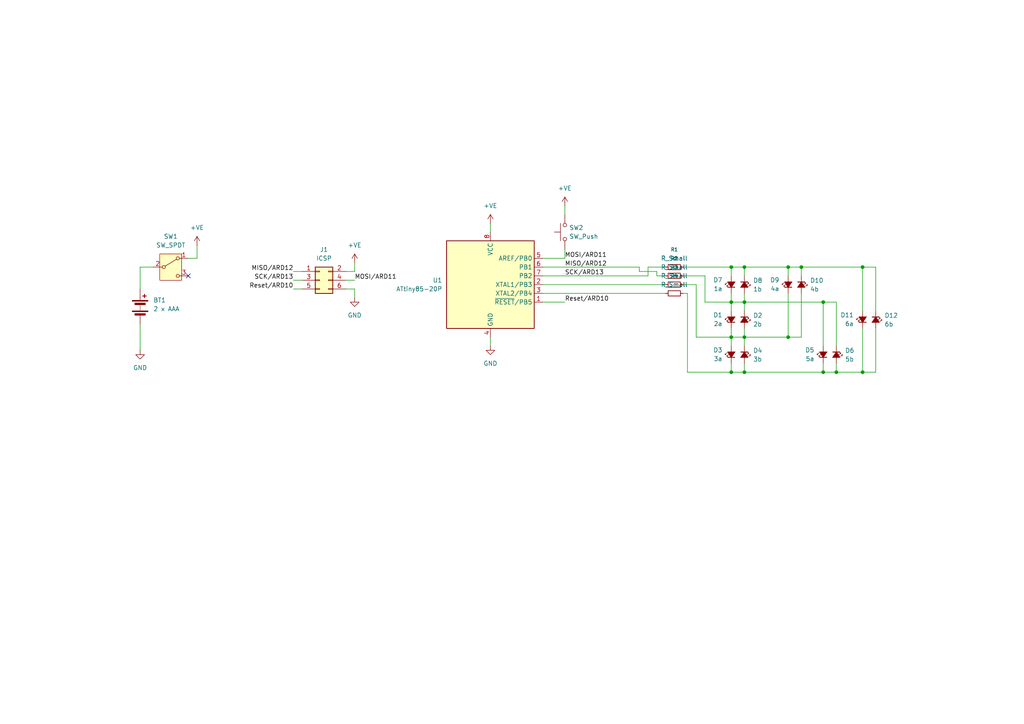
<source format=kicad_sch>
(kicad_sch (version 20250114) (generator "eeschema") (generator_version "9.0")
  (paper "A4")
  (lib_symbols
    (symbol "Connector_Generic:Conn_02x03_Odd_Even" (pin_names (offset 1.016) (hide yes))
      (property "Reference" "J" (at 1.27 5.08 0))
      (property "Value" "Conn_02x03_Odd_Even" (at 1.27 -5.08 0))
      (symbol "Conn_02x03_Odd_Even_1_1"
        (rectangle (start -1.27 3.81) (end 3.81 -3.81) (stroke (width 0.254)) (fill (type background)))
        (rectangle (start -1.27 2.667) (end 0 2.413) (stroke (width 0.1524)))
        (rectangle (start -1.27 0.127) (end 0 -0.127) (stroke (width 0.1524)))
        (rectangle (start -1.27 -2.413) (end 0 -2.667) (stroke (width 0.1524)))
        (rectangle (start 3.81 2.667) (end 2.54 2.413) (stroke (width 0.1524)))
        (rectangle (start 3.81 0.127) (end 2.54 -0.127) (stroke (width 0.1524)))
        (rectangle (start 3.81 -2.413) (end 2.54 -2.667) (stroke (width 0.1524)))
        (pin passive line (at -5.08 2.54 0) (length 3.81) (name "Pin_1") (number "1"))
        (pin passive line (at -5.08 0 0) (length 3.81) (name "Pin_3") (number "3"))
        (pin passive line (at -5.08 -2.54 0) (length 3.81) (name "Pin_5") (number "5"))
        (pin passive line (at 7.62 2.54 180) (length 3.81) (name "Pin_2") (number "2"))
        (pin passive line (at 7.62 0 180) (length 3.81) (name "Pin_4") (number "4"))
        (pin passive line (at 7.62 -2.54 180) (length 3.81) (name "Pin_6") (number "6"))
      )
    )
    (symbol "Device:Battery" (pin_numbers (hide yes)) (pin_names (offset 0) (hide yes))
      (property "Reference" "BT" (at 2.54 2.54 0))
      (property "Value" "Battery" (at 2.54 0 0))
      (symbol "Battery_0_1"
        (rectangle (start -2.286 1.778) (end 2.286 1.524) (fill (type outline)))
        (rectangle (start -2.286 -1.27) (end 2.286 -1.524) (fill (type outline)))
        (rectangle (start -1.524 1.016) (end 1.524 0.508) (fill (type outline)))
        (rectangle (start -1.524 -2.032) (end 1.524 -2.54) (fill (type outline)))
        (polyline (pts (xy 0 1.778) (xy 0 2.54)))
        (polyline (pts (xy 0 0) (xy 0 0.254)))
        (polyline (pts (xy 0 -0.508) (xy 0 -0.254)))
        (polyline (pts (xy 0 -1.016) (xy 0 -0.762)))
        (polyline (pts (xy 0.762 3.048) (xy 1.778 3.048)) (stroke (width 0.254)))
        (polyline (pts (xy 1.27 3.556) (xy 1.27 2.54)) (stroke (width 0.254)))
      )
      (symbol "Battery_1_1"
        (pin passive line (at 0 5.08 270) (length 2.54) (name "+") (number "1"))
        (pin passive line (at 0 -5.08 90) (length 2.54) (name "-") (number "2"))
      )
    )
    (symbol "Device:LED_Small_Filled" (pin_numbers (hide yes)) (pin_names (offset 0.254) (hide yes))
      (property "Reference" "D" (at -1.27 3.175 0))
      (property "Value" "LED_Small_Filled" (at -4.445 -2.54 0))
      (symbol "LED_Small_Filled_0_1"
        (polyline (pts (xy -0.762 -1.016) (xy -0.762 1.016)) (stroke (width 0.254)))
        (polyline (pts (xy 0 0.762) (xy -0.508 1.27) (xy -0.254 1.27) (xy -0.508 1.27) (xy -0.508 1.016)))
        (polyline (pts (xy 0.508 1.27) (xy 0 1.778) (xy 0.254 1.778) (xy 0 1.778) (xy 0 1.524)))
        (polyline (pts (xy 0.762 -1.016) (xy -0.762 0) (xy 0.762 1.016) (xy 0.762 -1.016)) (stroke (width 0.254)) (fill (type outline)))
        (polyline (pts (xy 1.016 0) (xy -0.762 0)))
      )
      (symbol "LED_Small_Filled_1_1"
        (pin passive line (at -2.54 0 0) (length 1.778) (name "K") (number "1"))
        (pin passive line (at 2.54 0 180) (length 1.778) (name "A") (number "2"))
      )
    )
    (symbol "Device:R_Small" (pin_numbers (hide yes)) (pin_names (offset 0.254) (hide yes))
      (property "Reference" "R" (at 0 0 90))
      (property "Value" "R_Small" (at 1.778 0 90))
      (symbol "R_Small_0_1"
        (rectangle (start -0.762 1.778) (end 0.762 -1.778) (stroke (width 0.2032)))
      )
      (symbol "R_Small_1_1"
        (pin passive line (at 0 2.54 270) (length 0.762) (name "~") (number "1"))
        (pin passive line (at 0 -2.54 90) (length 0.762) (name "~") (number "2"))
      )
    )
    (symbol "MCU_Microchip_ATtiny:ATtiny85-20P"
      (property "Reference" "U" (at -12.7 13.97 0))
      (property "Value" "ATtiny85-20P" (at 2.54 -13.97 0))
      (symbol "ATtiny85-20P_0_1"
        (rectangle (start -12.7 -12.7) (end 12.7 12.7) (stroke (width 0.254)) (fill (type background)))
      )
      (symbol "ATtiny85-20P_1_1"
        (pin power_in line (at 0 15.24 270) (length 2.54) (name "VCC") (number "8"))
        (pin power_in line (at 0 -15.24 90) (length 2.54) (name "GND") (number "4"))
        (pin bidirectional line (at 15.24 7.62 180) (length 2.54) (name "AREF/PB0") (number "5"))
        (pin bidirectional line (at 15.24 5.08 180) (length 2.54) (name "PB1") (number "6"))
        (pin bidirectional line (at 15.24 2.54 180) (length 2.54) (name "PB2") (number "7"))
        (pin bidirectional line (at 15.24 0 180) (length 2.54) (name "XTAL1/PB3") (number "2"))
        (pin bidirectional line (at 15.24 -2.54 180) (length 2.54) (name "XTAL2/PB4") (number "3"))
        (pin bidirectional line (at 15.24 -5.08 180) (length 2.54) (name "~{RESET}/PB5") (number "1"))
      )
    )
    (symbol "Switch:SW_Push" (pin_numbers (hide yes)) (pin_names (offset 1.016) (hide yes))
      (property "Reference" "SW" (at 1.27 2.54 0))
      (property "Value" "SW_Push" (at 0 -1.524 0))
      (symbol "SW_Push_0_1"
        (circle (center -2.032 0) (radius 0.508))
        (polyline (pts (xy 0 1.27) (xy 0 3.048)))
        (circle (center 2.032 0) (radius 0.508))
        (polyline (pts (xy 2.54 1.27) (xy -2.54 1.27)))
        (pin passive line (at -5.08 0 0) (length 2.54) (name "1") (number "1"))
        (pin passive line (at 5.08 0 180) (length 2.54) (name "2") (number "2"))
      )
    )
    (symbol "Switch:SW_SPDT" (pin_names (offset 0) (hide yes))
      (property "Reference" "SW" (at 0 5.08 0))
      (property "Value" "SW_SPDT" (at 0 -5.08 0))
      (symbol "SW_SPDT_0_1"
        (circle (center -2.032 0) (radius 0.4572))
        (polyline (pts (xy -1.651 0.254) (xy 1.651 2.286)))
        (circle (center 2.032 2.54) (radius 0.4572))
        (circle (center 2.032 -2.54) (radius 0.4572))
      )
      (symbol "SW_SPDT_1_1"
        (rectangle (start -3.175 3.81) (end 3.175 -3.81) (fill (type background)))
        (pin passive line (at -5.08 0 0) (length 2.54) (name "B") (number "2"))
        (pin passive line (at 5.08 2.54 180) (length 2.54) (name "A") (number "1"))
        (pin passive line (at 5.08 -2.54 180) (length 2.54) (name "C") (number "3"))
      )
    )
    (symbol "power:+1V0" (power) (pin_numbers (hide yes)) (pin_names (offset 0) (hide yes))
      (property "Value" "+1V0" (at 0 3.556 0))
      (symbol "+1V0_0_1"
        (polyline (pts (xy -0.762 1.27) (xy 0 2.54)))
        (polyline (pts (xy 0 2.54) (xy 0.762 1.27)))
        (polyline (pts (xy 0 0) (xy 0 2.54)))
      )
      (symbol "+1V0_1_1"
        (pin power_in line (at 0 0 90) (length 0) (name "~") (number "1"))
      )
    )
    (symbol "power:GND" (power) (pin_numbers (hide yes)) (pin_names (offset 0) (hide yes))
      (property "Value" "GND" (at 0 -3.81 0))
      (symbol "GND_0_1"
        (polyline (pts (xy 0 0) (xy 0 -1.27) (xy 1.27 -1.27) (xy 0 -2.54) (xy -1.27 -1.27) (xy 0 -1.27)))
      )
      (symbol "GND_1_1"
        (pin power_in line (at 0 0 270) (length 0) (name "~") (number "1"))
      )
    )
  )
  (junction (at 215.9 87.63))
  (junction (at 212.09 107.95))
  (junction (at 250.19 77.47))
  (junction (at 232.41 77.47))
  (junction (at 242.57 107.95))
  (junction (at 215.9 97.79))
  (junction (at 212.09 97.79))
  (junction (at 212.09 87.63))
  (junction (at 238.76 87.63))
  (junction (at 228.6 77.47))
  (junction (at 250.19 107.95))
  (junction (at 215.9 77.47))
  (junction (at 212.09 77.47))
  (junction (at 238.76 107.95))
  (junction (at 228.6 97.79))
  (junction (at 215.9 107.95))
  (no_connect (at 54.61 80.01))
  (wire (pts (xy 204.47 80.01) (xy 204.47 87.63)))
  (wire (pts (xy 215.9 95.25) (xy 215.9 97.79)))
  (wire (pts (xy 193.04 77.47) (xy 187.96 77.47)))
  (wire (pts (xy 57.15 74.93) (xy 54.61 74.93)))
  (wire (pts (xy 212.09 95.25) (xy 212.09 97.79)))
  (wire (pts (xy 163.83 72.39) (xy 163.83 74.93)))
  (wire (pts (xy 102.87 78.74) (xy 100.33 78.74)))
  (wire (pts (xy 228.6 77.47) (xy 232.41 77.47)))
  (wire (pts (xy 215.9 97.79) (xy 215.9 100.33)))
  (wire (pts (xy 157.48 77.47) (xy 185.42 77.47)))
  (wire (pts (xy 201.93 97.79) (xy 212.09 97.79)))
  (wire (pts (xy 212.09 77.47) (xy 215.9 77.47)))
  (wire (pts (xy 157.48 87.63) (xy 163.83 87.63)))
  (wire (pts (xy 212.09 105.41) (xy 212.09 107.95)))
  (wire (pts (xy 198.12 82.55) (xy 201.93 82.55)))
  (wire (pts (xy 40.64 93.98) (xy 40.64 101.6)))
  (wire (pts (xy 232.41 77.47) (xy 232.41 80.01)))
  (wire (pts (xy 212.09 87.63) (xy 215.9 87.63)))
  (wire (pts (xy 198.12 80.01) (xy 204.47 80.01)))
  (wire (pts (xy 250.19 77.47) (xy 250.19 90.17)))
  (wire (pts (xy 190.5 78.74) (xy 185.42 78.74)))
  (wire (pts (xy 254 95.25) (xy 254 107.95)))
  (wire (pts (xy 215.9 85.09) (xy 215.9 87.63)))
  (wire (pts (xy 254 77.47) (xy 250.19 77.47)))
  (wire (pts (xy 142.24 97.79) (xy 142.24 100.33)))
  (wire (pts (xy 232.41 85.09) (xy 232.41 97.79)))
  (wire (pts (xy 254 107.95) (xy 250.19 107.95)))
  (wire (pts (xy 157.48 85.09) (xy 193.04 85.09)))
  (wire (pts (xy 250.19 95.25) (xy 250.19 107.95)))
  (wire (pts (xy 100.33 81.28) (xy 102.87 81.28)))
  (wire (pts (xy 204.47 87.63) (xy 212.09 87.63)))
  (wire (pts (xy 199.39 85.09) (xy 199.39 107.95)))
  (wire (pts (xy 215.9 105.41) (xy 215.9 107.95)))
  (wire (pts (xy 193.04 80.01) (xy 190.5 80.01)))
  (wire (pts (xy 242.57 87.63) (xy 242.57 100.33)))
  (wire (pts (xy 242.57 107.95) (xy 238.76 107.95)))
  (wire (pts (xy 212.09 97.79) (xy 212.09 100.33)))
  (wire (pts (xy 157.48 82.55) (xy 193.04 82.55)))
  (wire (pts (xy 163.83 74.93) (xy 157.48 74.93)))
  (wire (pts (xy 40.64 77.47) (xy 40.64 83.82)))
  (wire (pts (xy 212.09 97.79) (xy 215.9 97.79)))
  (wire (pts (xy 100.33 83.82) (xy 102.87 83.82)))
  (wire (pts (xy 212.09 77.47) (xy 212.09 80.01)))
  (wire (pts (xy 228.6 85.09) (xy 228.6 97.79)))
  (wire (pts (xy 238.76 105.41) (xy 238.76 107.95)))
  (wire (pts (xy 232.41 77.47) (xy 250.19 77.47)))
  (wire (pts (xy 238.76 87.63) (xy 238.76 100.33)))
  (wire (pts (xy 215.9 87.63) (xy 215.9 90.17)))
  (wire (pts (xy 190.5 80.01) (xy 190.5 78.74)))
  (wire (pts (xy 242.57 87.63) (xy 238.76 87.63)))
  (wire (pts (xy 44.45 77.47) (xy 40.64 77.47)))
  (wire (pts (xy 201.93 97.79) (xy 201.93 82.55)))
  (wire (pts (xy 85.09 83.82) (xy 87.63 83.82)))
  (wire (pts (xy 142.24 64.77) (xy 142.24 67.31)))
  (wire (pts (xy 212.09 87.63) (xy 212.09 90.17)))
  (wire (pts (xy 212.09 107.95) (xy 215.9 107.95)))
  (wire (pts (xy 102.87 83.82) (xy 102.87 86.36)))
  (wire (pts (xy 187.96 77.47) (xy 187.96 80.01)))
  (wire (pts (xy 185.42 78.74) (xy 185.42 77.47)))
  (wire (pts (xy 102.87 76.2) (xy 102.87 78.74)))
  (wire (pts (xy 157.48 80.01) (xy 187.96 80.01)))
  (wire (pts (xy 198.12 77.47) (xy 212.09 77.47)))
  (wire (pts (xy 215.9 77.47) (xy 228.6 77.47)))
  (wire (pts (xy 212.09 85.09) (xy 212.09 87.63)))
  (wire (pts (xy 85.09 81.28) (xy 87.63 81.28)))
  (wire (pts (xy 215.9 107.95) (xy 238.76 107.95)))
  (wire (pts (xy 254 77.47) (xy 254 90.17)))
  (wire (pts (xy 85.09 78.74) (xy 87.63 78.74)))
  (wire (pts (xy 228.6 97.79) (xy 232.41 97.79)))
  (wire (pts (xy 198.12 85.09) (xy 199.39 85.09)))
  (wire (pts (xy 215.9 97.79) (xy 228.6 97.79)))
  (wire (pts (xy 163.83 59.69) (xy 163.83 62.23)))
  (wire (pts (xy 228.6 77.47) (xy 228.6 80.01)))
  (wire (pts (xy 199.39 107.95) (xy 212.09 107.95)))
  (wire (pts (xy 238.76 87.63) (xy 215.9 87.63)))
  (wire (pts (xy 215.9 80.01) (xy 215.9 77.47)))
  (wire (pts (xy 242.57 105.41) (xy 242.57 107.95)))
  (wire (pts (xy 57.15 71.12) (xy 57.15 74.93)))
  (wire (pts (xy 242.57 107.95) (xy 250.19 107.95)))
  (label "MISO{slash}ARD12" (at 85.09 78.74 180))
  (label "Reset{slash}ARD10" (at 85.09 83.82 180))
  (label "MISO{slash}ARD12" (at 163.83 77.47 0))
  (label "SCK{slash}ARD13" (at 163.83 80.01 0))
  (label "MOSI{slash}ARD11" (at 102.87 81.28 0))
  (label "MOSI{slash}ARD11" (at 163.83 74.93 0))
  (label "Reset{slash}ARD10" (at 163.83 87.63 0))
  (label "SCK{slash}ARD13" (at 85.09 81.28 180))
  (symbol (lib_id "Device:LED_Small_Filled") (at 238.76 102.87 90) (unit 1)
    (property "Reference" "D5" (at 236.22 101.5364 90) (effects (justify left)))
    (property "Value" "5a" (at 236.22 104.0764 90) (effects (justify left)))
    (property "Footprint" "LED_THT:LED_D5.0mm" (effects (hide yes)))
    (property "Description" "Light emitting diode, small symbol, filled shape" (effects (hide yes)))
    (property "Sim.Pins" "1=K 2=A" (effects (hide yes)))
  )
  (symbol (lib_id "power:+1V0") (at 163.83 59.69 0) (unit 1)
    (property "Reference" "#PWR07" (effects (hide yes)))
    (property "Value" "+VE" (at 163.83 54.61 0))
    (property "Description" "Power symbol creates a global label with name \"+1V0\"" (effects (hide yes)))
  )
  (symbol (lib_id "Device:LED_Small_Filled") (at 212.09 102.87 90) (unit 1)
    (property "Reference" "D3" (at 209.55 101.5364 90) (effects (justify left)))
    (property "Value" "3a" (at 209.55 104.0764 90) (effects (justify left)))
    (property "Footprint" "LED_THT:LED_D5.0mm" (effects (hide yes)))
    (property "Description" "Light emitting diode, small symbol, filled shape" (effects (hide yes)))
    (property "Sim.Pins" "1=K 2=A" (effects (hide yes)))
  )
  (symbol (lib_id "Device:LED_Small_Filled") (at 254 92.71 270) (unit 1)
    (property "Reference" "D12" (at 256.54 91.5034 90) (effects (justify left)))
    (property "Value" "6b" (at 256.54 94.0434 90) (effects (justify left)))
    (property "Footprint" "LED_THT:LED_D5.0mm" (effects (hide yes)))
    (property "Description" "Light emitting diode, small symbol, filled shape" (effects (hide yes)))
    (property "Sim.Pins" "1=K 2=A" (effects (hide yes)))
  )
  (symbol (lib_id "power:+1V0") (at 57.15 71.12 0) (unit 1)
    (property "Reference" "#PWR04" (effects (hide yes)))
    (property "Value" "+VE" (at 57.15 66.04 0))
    (property "Description" "Power symbol creates a global label with name \"+1V0\"" (effects (hide yes)))
  )
  (symbol (lib_id "power:GND") (at 40.64 101.6 0) (unit 1)
    (property "Reference" "#PWR01" (effects (hide yes)))
    (property "Value" "GND" (at 40.64 106.68 0))
    (property "Description" "Power symbol creates a global label with name \"GND\" , ground" (effects (hide yes)))
  )
  (symbol (lib_id "Connector_Generic:Conn_02x03_Odd_Even") (at 92.71 81.28 0) (unit 1)
    (property "Reference" "J1" (at 93.98 72.39 0))
    (property "Value" "ICSP" (at 93.98 74.93 0))
    (property "Footprint" "Connector_PinHeader_2.54mm:PinHeader_2x03_P2.54mm_Vertical" (effects (hide yes)))
    (property "Description" "Generic connector, double row, 02x03, odd/even pin numbering scheme (row 1 odd numbers, row 2 even numbers), script generated (kicad-library-utils/schlib/autogen/connector/)" (effects (hide yes)))
  )
  (symbol (lib_id "Device:R_Small") (at 195.58 77.47 90) (unit 1)
    (property "Reference" "R1" (at 195.58 72.39 90) (effects (font (size 1.016 1.016))))
    (property "Value" "R_Small" (at 195.58 74.93 90))
    (property "Footprint" "Resistor_THT:R_Axial_DIN0204_L3.6mm_D1.6mm_P5.08mm_Horizontal" (effects (hide yes)))
    (property "Description" "Resistor, small symbol" (effects (hide yes)))
  )
  (symbol (lib_id "Switch:SW_Push") (at 163.83 67.31 90) (unit 1)
    (property "Reference" "SW2" (at 165.1 66.0399 90) (effects (justify right)))
    (property "Value" "SW_Push" (at 165.1 68.5799 90) (effects (justify right)))
    (property "Description" "Push button switch, generic, two pins" (effects (hide yes)))
  )
  (symbol (lib_id "power:+1V0") (at 142.24 64.77 0) (unit 1)
    (property "Reference" "#PWR06" (effects (hide yes)))
    (property "Value" "+VE" (at 142.24 59.69 0))
    (property "Description" "Power symbol creates a global label with name \"+1V0\"" (effects (hide yes)))
  )
  (symbol (lib_id "Device:Battery") (at 40.64 88.9 0) (unit 1)
    (property "Reference" "BT1" (at 44.45 87.0584 0) (effects (justify left)))
    (property "Value" "2 x AAA" (at 44.45 89.5984 0) (effects (justify left)))
    (property "Description" "Multiple-cell battery" (effects (hide yes)))
  )
  (symbol (lib_id "Device:LED_Small_Filled") (at 250.19 92.71 90) (unit 1)
    (property "Reference" "D11" (at 247.65 91.3764 90) (effects (justify left)))
    (property "Value" "6a" (at 247.65 93.9164 90) (effects (justify left)))
    (property "Footprint" "LED_THT:LED_D5.0mm" (effects (hide yes)))
    (property "Description" "Light emitting diode, small symbol, filled shape" (effects (hide yes)))
    (property "Sim.Pins" "1=K 2=A" (effects (hide yes)))
  )
  (symbol (lib_id "Device:LED_Small_Filled") (at 215.9 102.87 270) (unit 1)
    (property "Reference" "D4" (at 218.44 101.6634 90) (effects (justify left)))
    (property "Value" "3b" (at 218.44 104.2034 90) (effects (justify left)))
    (property "Footprint" "LED_THT:LED_D5.0mm" (effects (hide yes)))
    (property "Description" "Light emitting diode, small symbol, filled shape" (effects (hide yes)))
    (property "Sim.Pins" "1=K 2=A" (effects (hide yes)))
  )
  (symbol (lib_id "Device:LED_Small_Filled") (at 212.09 82.55 90) (unit 1)
    (property "Reference" "D7" (at 209.55 81.2164 90) (effects (justify left)))
    (property "Value" "1a" (at 209.55 83.7564 90) (effects (justify left)))
    (property "Footprint" "LED_THT:LED_D5.0mm" (effects (hide yes)))
    (property "Description" "Light emitting diode, small symbol, filled shape" (effects (hide yes)))
    (property "Sim.Pins" "1=K 2=A" (effects (hide yes)))
  )
  (symbol (lib_id "power:GND") (at 142.24 100.33 0) (unit 1)
    (property "Reference" "#PWR03" (effects (hide yes)))
    (property "Value" "GND" (at 142.24 105.41 0))
    (property "Description" "Power symbol creates a global label with name \"GND\" , ground" (effects (hide yes)))
  )
  (symbol (lib_id "Device:LED_Small_Filled") (at 228.6 82.55 90) (unit 1)
    (property "Reference" "D9" (at 226.06 81.2164 90) (effects (justify left)))
    (property "Value" "4a" (at 226.06 83.7564 90) (effects (justify left)))
    (property "Footprint" "LED_THT:LED_D5.0mm" (effects (hide yes)))
    (property "Description" "Light emitting diode, small symbol, filled shape" (effects (hide yes)))
    (property "Sim.Pins" "1=K 2=A" (effects (hide yes)))
  )
  (symbol (lib_id "Device:R_Small") (at 195.58 82.55 90) (unit 1)
    (property "Reference" "R3" (at 195.58 77.47 90) (effects (font (size 1.016 1.016))))
    (property "Value" "R_Small" (at 195.58 80.01 90))
    (property "Footprint" "Resistor_THT:R_Axial_DIN0204_L3.6mm_D1.6mm_P5.08mm_Horizontal" (effects (hide yes)))
    (property "Description" "Resistor, small symbol" (effects (hide yes)))
  )
  (symbol (lib_id "Device:R_Small") (at 195.58 85.09 90) (unit 1)
    (property "Reference" "R4" (at 195.58 80.01 90) (effects (font (size 1.016 1.016))))
    (property "Value" "R_Small" (at 195.58 82.55 90))
    (property "Footprint" "Resistor_THT:R_Axial_DIN0204_L3.6mm_D1.6mm_P5.08mm_Horizontal" (effects (hide yes)))
    (property "Description" "Resistor, small symbol" (effects (hide yes)))
  )
  (symbol (lib_id "Device:LED_Small_Filled") (at 212.09 92.71 90) (unit 1)
    (property "Reference" "D1" (at 209.55 91.3764 90) (effects (justify left)))
    (property "Value" "2a" (at 209.55 93.9164 90) (effects (justify left)))
    (property "Footprint" "LED_THT:LED_D5.0mm" (effects (hide yes)))
    (property "Description" "Light emitting diode, small symbol, filled shape" (effects (hide yes)))
    (property "Sim.Pins" "1=K 2=A" (effects (hide yes)))
  )
  (symbol (lib_id "Device:LED_Small_Filled") (at 215.9 92.71 270) (unit 1)
    (property "Reference" "D2" (at 218.44 91.5034 90) (effects (justify left)))
    (property "Value" "2b" (at 218.44 94.0434 90) (effects (justify left)))
    (property "Footprint" "LED_THT:LED_D5.0mm" (effects (hide yes)))
    (property "Description" "Light emitting diode, small symbol, filled shape" (effects (hide yes)))
    (property "Sim.Pins" "1=K 2=A" (effects (hide yes)))
  )
  (symbol (lib_id "Switch:SW_SPDT") (at 49.53 77.47 0) (unit 1)
    (property "Reference" "SW1" (at 49.53 68.58 0))
    (property "Value" "SW_SPDT" (at 49.53 71.12 0))
    (property "Description" "Switch, single pole double throw" (effects (hide yes)))
  )
  (symbol (lib_id "Device:LED_Small_Filled") (at 215.9 82.55 270) (unit 1)
    (property "Reference" "D8" (at 218.44 81.3434 90) (effects (justify left)))
    (property "Value" "1b" (at 218.44 83.8834 90) (effects (justify left)))
    (property "Footprint" "LED_THT:LED_D5.0mm" (effects (hide yes)))
    (property "Description" "Light emitting diode, small symbol, filled shape" (effects (hide yes)))
    (property "Sim.Pins" "1=K 2=A" (effects (hide yes)))
  )
  (symbol (lib_id "power:+1V0") (at 102.87 76.2 0) (unit 1)
    (property "Reference" "#PWR05" (effects (hide yes)))
    (property "Value" "+VE" (at 102.87 71.12 0))
    (property "Description" "Power symbol creates a global label with name \"+1V0\"" (effects (hide yes)))
  )
  (symbol (lib_id "Device:LED_Small_Filled") (at 242.57 102.87 270) (unit 1)
    (property "Reference" "D6" (at 245.11 101.6634 90) (effects (justify left)))
    (property "Value" "5b" (at 245.11 104.2034 90) (effects (justify left)))
    (property "Footprint" "LED_THT:LED_D5.0mm" (effects (hide yes)))
    (property "Description" "Light emitting diode, small symbol, filled shape" (effects (hide yes)))
    (property "Sim.Pins" "1=K 2=A" (effects (hide yes)))
  )
  (symbol (lib_id "Device:LED_Small_Filled") (at 232.41 82.55 270) (unit 1)
    (property "Reference" "D10" (at 234.95 81.3434 90) (effects (justify left)))
    (property "Value" "4b" (at 234.95 83.8834 90) (effects (justify left)))
    (property "Footprint" "LED_THT:LED_D5.0mm" (effects (hide yes)))
    (property "Description" "Light emitting diode, small symbol, filled shape" (effects (hide yes)))
    (property "Sim.Pins" "1=K 2=A" (effects (hide yes)))
  )
  (symbol (lib_id "Device:R_Small") (at 195.58 80.01 90) (unit 1)
    (property "Reference" "R2" (at 195.58 74.93 90) (effects (font (size 1.016 1.016))))
    (property "Value" "R_Small" (at 195.58 77.47 90))
    (property "Footprint" "Resistor_THT:R_Axial_DIN0204_L3.6mm_D1.6mm_P5.08mm_Horizontal" (effects (hide yes)))
    (property "Description" "Resistor, small symbol" (effects (hide yes)))
  )
  (symbol (lib_id "power:GND") (at 102.87 86.36 0) (unit 1)
    (property "Reference" "#PWR02" (effects (hide yes)))
    (property "Value" "GND" (at 102.87 91.44 0))
    (property "Description" "Power symbol creates a global label with name \"GND\" , ground" (effects (hide yes)))
  )
  (symbol (lib_id "MCU_Microchip_ATtiny:ATtiny85-20P") (at 142.24 82.55 0) (unit 1)
    (property "Reference" "U1" (at 128.27 81.2799 0) (effects (justify right)))
    (property "Value" "ATtiny85-20P" (at 128.27 83.8199 0) (effects (justify right)))
    (property "Footprint" "Package_DIP:DIP-8_W7.62mm" (effects (hide yes)))
    (property "Datasheet" "http://ww1.microchip.com/downloads/en/DeviceDoc/atmel-2586-avr-8-bit-microcontroller-attiny25-attiny45-attiny85_datasheet.pdf" (effects (hide yes)))
    (property "Description" "20MHz, 8kB Flash, 512B SRAM, 512B EEPROM, debugWIRE, DIP-8" (effects (hide yes)))
  )
)
</source>
